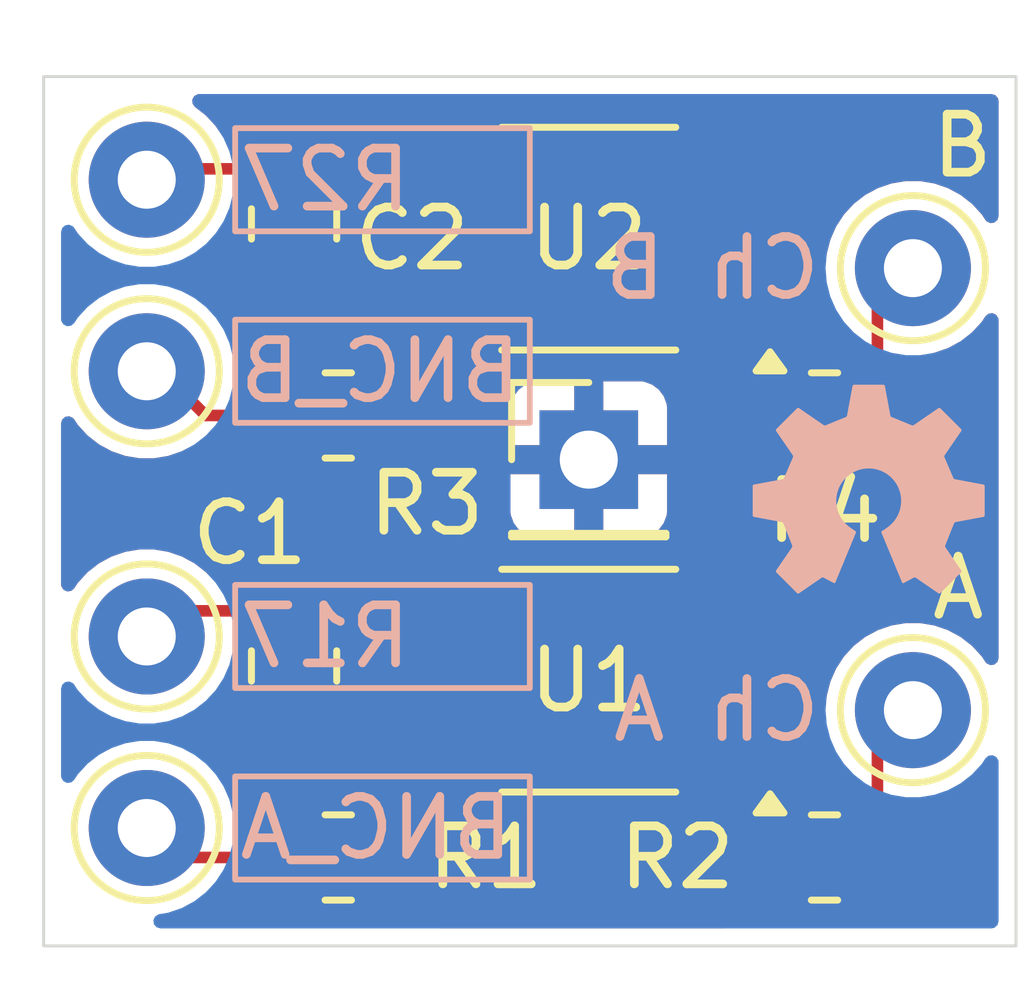
<source format=kicad_pcb>
(kicad_pcb (version 20240108) (generator "pcbnew") (generator_version "8.0")
  (title_block (title "Hantek 6022 pcb") (date "2024-07-18") (rev "1.0.0") (comment 1 "Antonin PVD"))
  (layers (0 "F.Cu" signal) (31 "B.Cu" signal) (34 "B.Paste" user) (35 "F.Paste" user) (36 "B.SilkS" user "B.Silkscreen") (37 "F.SilkS" user "F.Silkscreen") (38 "B.Mask" user) (39 "F.Mask" user) (44 "Edge.Cuts" user))
  (net 0 "")
  (net 1 "Net-(R1-Pad2)")
  (net 2 "/AC_A")
  (net 3 "Net-(R2-Pad2)")
  (net 4 "Net-(R3-Pad2)")
  (net 5 "/AC_B")
  (net 6 "Net-(R4-Pad2)")
  (net 7 "GND")
  (net 8 "/R17")
  (net 9 "/BNC_A")
  (net 10 "/BNC_B")
  (net 11 "/R27")
  (footprint "Connector_Pin:Pin_D1.0mm_L10.0mm" (layer "F.Cu") (at 134.874 61.976 180)
    (property "Reference" "J5" (hide yes))
    (property "Value" "AC_B")
    (fp_circle (center 0 0) (end 1.25 0.05) (stroke (width 0.12)) (fill none) (layer "F.SilkS"))
    (pad "1" thru_hole circle (at 0 0 180) (size 2 2) (drill 1) (layers "*.Cu" "*.Mask") (net 5 "/AC_B"))
  )
  (footprint "Connector_Pin:Pin_D1.0mm_L10.0mm" (layer "F.Cu") (at 121.666 71.628 180)
    (property "Reference" "J2" (hide yes))
    (property "Value" "BNC_A")
    (fp_circle (center 0 0) (end 1.25 0.05) (stroke (width 0.12)) (fill none) (layer "F.SilkS"))
    (pad "1" thru_hole circle (at 0 0 180) (size 2 2) (drill 1) (layers "*.Cu" "*.Mask") (net 9 "/BNC_A"))
  )
  (footprint "Capacitor_SMD:C_0805_2012Metric" (layer "F.Cu") (at 124.206 61.214 90)
    (property "Reference" "C2" (at -0.254 2.032 180) (layer "F.SilkS"))
    (property "Value" "100n")
    (fp_line (start -0.261252 -0.735) (end 0.261252 -0.735) (stroke (width 0.12)) (layer "F.SilkS"))
    (fp_line (start -0.261252 0.735) (end 0.261252 0.735) (stroke (width 0.12)) (layer "F.SilkS"))
    (pad "1" smd roundrect (at -0.95 0 90) (size 1 1.45) (layers "F.Cu" "F.Paste" "F.Mask") (net 10 "/BNC_B"))
    (pad "2" smd roundrect (at 0.95 0 90) (size 1 1.45) (layers "F.Cu" "F.Paste" "F.Mask") (net 11 "/R27"))
  )
  (footprint "Connector_Pin:Pin_D1.0mm_L10.0mm" (layer "F.Cu") (at 121.666 60.452 180)
    (property "Reference" "J4" (hide yes))
    (property "Value" "R27")
    (fp_circle (center 0 0) (end 1.25 0.05) (stroke (width 0.12)) (fill none) (layer "F.SilkS"))
    (pad "1" thru_hole circle (at 0 0 180) (size 2 2) (drill 1) (layers "*.Cu" "*.Mask") (net 11 "/R27"))
  )
  (footprint "Capacitor_SMD:C_0805_2012Metric" (layer "F.Cu") (at 124.206 68.834 90)
    (property "Reference" "C1" (at 2.286 -0.762 180) (layer "F.SilkS"))
    (property "Value" "100n")
    (fp_line (start -0.261252 -0.735) (end 0.261252 -0.735) (stroke (width 0.12)) (layer "F.SilkS"))
    (fp_line (start -0.261252 0.735) (end 0.261252 0.735) (stroke (width 0.12)) (layer "F.SilkS"))
    (pad "1" smd roundrect (at -0.95 0 90) (size 1 1.45) (layers "F.Cu" "F.Paste" "F.Mask") (net 9 "/BNC_A"))
    (pad "2" smd roundrect (at 0.95 0 90) (size 1 1.45) (layers "F.Cu" "F.Paste" "F.Mask") (net 8 "/R17"))
  )
  (footprint "Resistor_SMD:R_0805_2012Metric" (layer "F.Cu") (at 133.35 64.516 180)
    (property "Reference" "R4" (at 0 -1.65 0) (layer "F.SilkS"))
    (property "Value" "220")
    (fp_line (start -0.227064 0.735) (end 0.227064 0.735) (stroke (width 0.12)) (layer "F.SilkS"))
    (fp_line (start -0.227064 -0.735) (end 0.227064 -0.735) (stroke (width 0.12)) (layer "F.SilkS"))
    (pad "1" smd roundrect (at -0.9125 0 180) (size 1.025 1.4) (layers "F.Cu" "F.Paste" "F.Mask") (roundrect_rratio 0.243902) (net 5 "/AC_B"))
    (pad "2" smd roundrect (at 0.9125 0 180) (size 1.025 1.4) (layers "F.Cu" "F.Paste" "F.Mask") (roundrect_rratio 0.243902) (net 6 "Net-(R4-Pad2)"))
  )
  (footprint "Connector_Pin:Pin_D1.0mm_L10.0mm" (layer "F.Cu") (at 134.874 69.596 180)
    (property "Reference" "J6" (hide yes))
    (property "Value" "AC_A")
    (fp_circle (center 0 0) (end 1.25 0.05) (stroke (width 0.12)) (fill none) (layer "F.SilkS"))
    (pad "1" thru_hole circle (at 0 0 180) (size 2 2) (drill 1) (layers "*.Cu" "*.Mask") (net 2 "/AC_A"))
  )
  (footprint "Resistor_SMD:R_0805_2012Metric" (layer "F.Cu") (at 133.35 72.136 180)
    (property "Reference" "R2" (at 2.54 0 0) (layer "F.SilkS"))
    (property "Value" "220")
    (fp_line (start -0.227064 0.735) (end 0.227064 0.735) (stroke (width 0.12)) (layer "F.SilkS"))
    (fp_line (start -0.227064 -0.735) (end 0.227064 -0.735) (stroke (width 0.12)) (layer "F.SilkS"))
    (pad "1" smd roundrect (at -0.9125 0 180) (size 1.025 1.4) (layers "F.Cu" "F.Paste" "F.Mask") (roundrect_rratio 0.243902) (net 2 "/AC_A"))
    (pad "2" smd roundrect (at 0.9125 0 180) (size 1.025 1.4) (layers "F.Cu" "F.Paste" "F.Mask") (roundrect_rratio 0.243902) (net 3 "Net-(R2-Pad2)"))
  )
  (footprint "Resistor_SMD:R_0805_2012Metric" (layer "F.Cu") (at 124.968 72.136)
    (property "Reference" "R1" (at 2.54 0 0) (layer "F.SilkS"))
    (property "Value" "220")
    (fp_line (start -0.227064 -0.735) (end 0.227064 -0.735) (stroke (width 0.12)) (layer "F.SilkS"))
    (fp_line (start -0.227064 0.735) (end 0.227064 0.735) (stroke (width 0.12)) (layer "F.SilkS"))
    (pad "1" smd roundrect (at -0.9125 0) (size 1.025 1.4) (layers "F.Cu" "F.Paste" "F.Mask") (roundrect_rratio 0.243902) (net 9 "/BNC_A"))
    (pad "2" smd roundrect (at 0.9125 0) (size 1.025 1.4) (layers "F.Cu" "F.Paste" "F.Mask") (roundrect_rratio 0.243902) (net 1 "Net-(R1-Pad2)"))
  )
  (footprint "Connector_PinHeader_2.54mm:PinHeader_1x01_P2.54mm_Vertical" (layer "F.Cu") (at 129.286 65.278)
    (property "Reference" "J7" (hide yes))
    (property "Value" "Conn_01x01")
    (fp_line (start -1.33 -1.33) (end 0 -1.33) (stroke (width 0.12)) (layer "F.SilkS"))
    (fp_line (start -1.33 0) (end -1.33 -1.33) (stroke (width 0.12)) (layer "F.SilkS"))
    (fp_line (start -1.33 1.27) (end -1.33 1.33) (stroke (width 0.12)) (layer "F.SilkS"))
    (fp_line (start -1.33 1.27) (end 1.33 1.27) (stroke (width 0.12)) (layer "F.SilkS"))
    (fp_line (start -1.33 1.33) (end 1.33 1.33) (stroke (width 0.12)) (layer "F.SilkS"))
    (fp_line (start 1.33 1.27) (end 1.33 1.33) (stroke (width 0.12)) (layer "F.SilkS"))
    (pad "1" thru_hole rect (at 0 0) (size 1.7 1.7) (drill 1) (layers "*.Cu" "*.Mask") (net 7 "GND"))
  )
  (footprint "Package_SO:MFSOP6-4_4.4x3.6mm_P1.27mm" (layer "F.Cu") (at 129.286 61.468 180)
    (property "Reference" "U2" (at 0 0 0) (layer "F.SilkS"))
    (property "Value" "TLP175A")
    (fp_line (start 1.5 1.92) (end -1.5 1.92) (stroke (width 0.12)) (layer "F.SilkS"))
    (fp_line (start 1.5 -1.92) (end -1.5 -1.92) (stroke (width 0.12)) (layer "F.SilkS"))
    (fp_poly (pts (xy -3.125 -1.95) (xy -3.365 -2.28) (xy -2.885 -2.28) (xy -3.125 -1.95)) (stroke (width 0.12)) (fill solid) (layer "F.SilkS"))
    (pad "1" smd rect (at -3.15 -1.27 180) (size 1.2 0.8) (layers "F.Cu" "F.Paste" "F.Mask") (net 6 "Net-(R4-Pad2)"))
    (pad "3" smd rect (at -3.15 1.27 180) (size 1.2 0.8) (layers "F.Cu" "F.Paste" "F.Mask") (net 7 "GND"))
    (pad "4" smd rect (at 3.15 1.27 180) (size 1.2 0.8) (layers "F.Cu" "F.Paste" "F.Mask") (net 11 "/R27"))
    (pad "6" smd rect (at 3.15 -1.27 180) (size 1.2 0.8) (layers "F.Cu" "F.Paste" "F.Mask") (net 4 "Net-(R3-Pad2)"))
  )
  (footprint "Package_SO:MFSOP6-4_4.4x3.6mm_P1.27mm" (layer "F.Cu") (at 129.286 69.088 180)
    (property "Reference" "U1" (at 0 0 0) (layer "F.SilkS"))
    (property "Value" "TLP175A")
    (fp_line (start 1.5 1.92) (end -1.5 1.92) (stroke (width 0.12)) (layer "F.SilkS"))
    (fp_line (start 1.5 -1.92) (end -1.5 -1.92) (stroke (width 0.12)) (layer "F.SilkS"))
    (fp_poly (pts (xy -3.125 -1.95) (xy -3.365 -2.28) (xy -2.885 -2.28) (xy -3.125 -1.95)) (stroke (width 0.12)) (fill solid) (layer "F.SilkS"))
    (pad "1" smd rect (at -3.15 -1.27 180) (size 1.2 0.8) (layers "F.Cu" "F.Paste" "F.Mask") (net 3 "Net-(R2-Pad2)"))
    (pad "3" smd rect (at -3.15 1.27 180) (size 1.2 0.8) (layers "F.Cu" "F.Paste" "F.Mask") (net 7 "GND"))
    (pad "4" smd rect (at 3.15 1.27 180) (size 1.2 0.8) (layers "F.Cu" "F.Paste" "F.Mask") (net 8 "/R17"))
    (pad "6" smd rect (at 3.15 -1.27 180) (size 1.2 0.8) (layers "F.Cu" "F.Paste" "F.Mask") (net 1 "Net-(R1-Pad2)"))
  )
  (footprint "Connector_Pin:Pin_D1.0mm_L10.0mm" (layer "F.Cu") (at 121.666 68.326 180)
    (property "Reference" "J1" (hide yes))
    (property "Value" "R17")
    (fp_circle (center 0 0) (end 1.25 0.05) (stroke (width 0.12)) (fill none) (layer "F.SilkS"))
    (pad "1" thru_hole circle (at 0 0 180) (size 2 2) (drill 1) (layers "*.Cu" "*.Mask") (net 8 "/R17"))
  )
  (footprint "Resistor_SMD:R_0805_2012Metric" (layer "F.Cu") (at 124.968 64.516)
    (property "Reference" "R3" (at 1.524 1.524 0) (layer "F.SilkS"))
    (property "Value" "220")
    (fp_line (start -0.227064 -0.735) (end 0.227064 -0.735) (stroke (width 0.12)) (layer "F.SilkS"))
    (fp_line (start -0.227064 0.735) (end 0.227064 0.735) (stroke (width 0.12)) (layer "F.SilkS"))
    (pad "1" smd roundrect (at -0.9125 0) (size 1.025 1.4) (layers "F.Cu" "F.Paste" "F.Mask") (roundrect_rratio 0.243902) (net 10 "/BNC_B"))
    (pad "2" smd roundrect (at 0.9125 0) (size 1.025 1.4) (layers "F.Cu" "F.Paste" "F.Mask") (roundrect_rratio 0.243902) (net 4 "Net-(R3-Pad2)"))
  )
  (footprint "Connector_Pin:Pin_D1.0mm_L10.0mm" (layer "F.Cu") (at 121.666 63.754 180)
    (property "Reference" "J3" (hide yes))
    (property "Value" "BNC_B")
    (fp_circle (center 0 0) (end 1.25 0.05) (stroke (width 0.12)) (fill none) (layer "F.SilkS"))
    (pad "1" thru_hole circle (at 0 0 180) (size 2 2) (drill 1) (layers "*.Cu" "*.Mask") (net 10 "/BNC_B"))
  )
  (gr_rect (start 123.19 59.563) (end 128.27 61.341) (stroke (width 0.1)) (fill none) (layer "B.SilkS"))
  (gr_rect (start 123.19 67.437) (end 128.27 69.215) (stroke (width 0.1)) (fill none) (layer "B.SilkS"))
  (gr_rect (start 123.19 70.739) (end 128.27 72.517) (stroke (width 0.1)) (fill none) (layer "B.SilkS"))
  (gr_poly (pts (xy 134.365921 63.98583) (xy 134.367058 63.985915) (xy 134.36819 63.986054) (xy 134.369314 63.986246) (xy 134.37043 63.986491) (xy 134.371534 63.986785) (xy 134.372627 63.987129) (xy 134.373705 63.98752) (xy 134.374767 63.987958) (xy 134.375812 63.98844) (xy 134.376838 63.988966) (xy 134.377843 63.989534) (xy 134.378826 63.990143) (xy 134.379784 63.990791) (xy 134.380717 63.991477) (xy 134.381622 63.992199) (xy 134.382498 63.992957) (xy 134.383343 63.993748) (xy 134.384155 63.994571) (xy 134.384933 63.995426) (xy 134.385675 63.996309) (xy 134.386379 63.997221) (xy 134.387044 63.99816) (xy 134.387668 63.999124) (xy 134.388249 64.000112) (xy 134.388786 64.001123) (xy 134.389277 64.002154) (xy 134.38972 64.003206) (xy 134.390113 64.004276) (xy 134.390456 64.005363) (xy 134.390745 64.006465) (xy 134.390981 64.007581) (xy 134.485537 64.515558) (xy 134.485776 64.516684) (xy 134.486066 64.517813) (xy 134.486793 64.520076) (xy 134.487706 64.522332) (xy 134.48879 64.524565) (xy 134.490035 64.526762) (xy 134.491427 64.528908) (xy 134.492953 64.530988) (xy 134.494601 64.532987) (xy 134.496357 64.53489) (xy 134.49821 64.536683) (xy 134.500146 64.538351) (xy 134.502153 64.539879) (xy 134.504218 64.541253) (xy 134.506328 64.542457) (xy 134.507396 64.542991) (xy 134.50847 64.543477) (xy 134.50955 64.543914) (xy 134.510633 64.544299) (xy 134.851096 64.683669) (xy 134.853212 64.6846) (xy 134.855455 64.685378) (xy 134.857806 64.686004) (xy 134.860246 64.686479) (xy 134.862755 64.686804) (xy 134.865313 64.686982) (xy 134.8679 64.687013) (xy 134.870497 64.686899) (xy 134.873084 64.686641) (xy 134.87564 64.686241) (xy 134.878147 64.685699) (xy 134.880585 64.685017) (xy 134.882934 64.684198) (xy 134.885174 64.68324) (xy 134.887285 64.682148) (xy 134.889248 64.68092) (xy 135.313633 64.389692) (xy 135.314589 64.389069) (xy 135.315573 64.388495) (xy 135.316584 64.387969) (xy 135.317618 64.387491) (xy 135.318674 64.387061) (xy 135.31975 64.386679) (xy 135.320844 64.386344) (xy 135.321952 64.386056) (xy 135.323074 64.385816) (xy 135.324207 64.385622) (xy 135.326497 64.385375) (xy 135.328805 64.385313) (xy 135.331115 64.385435) (xy 135.333407 64.385738) (xy 135.335666 64.386222) (xy 135.337874 64.386885) (xy 135.338953 64.387283) (xy 135.340013 64.387726) (xy 135.341052 64.388212) (xy 135.342067 64.388742) (xy 135.343057 64.389315) (xy 135.344018 64.389932) (xy 135.34495 64.390592) (xy 135.345849 64.391295) (xy 135.346714 64.392041) (xy 135.347542 64.392829) (xy 135.704937 64.750232) (xy 135.705725 64.75106) (xy 135.70647 64.751926) (xy 135.707172 64.752825) (xy 135.70783 64.753757) (xy 135.708446 64.75472) (xy 135.709018 64.75571) (xy 135.71003 64.757766) (xy 135.710867 64.759908) (xy 135.711526 64.762118) (xy 135.712006 64.764379) (xy 135.712307 64.766675) (xy 135.712426 64.768987) (xy 135.712363 64.771298) (xy 135.712115 64.77359) (xy 135.711683 64.775847) (xy 135.711063 64.778051) (xy 135.710683 64.779128) (xy 135.710256 64.780185) (xy 135.709782 64.781219) (xy 135.70926 64.78223) (xy 135.70869 64.783215) (xy 135.708072 64.784171) (xy 135.421923 65.201236) (xy 135.420693 65.203207) (xy 135.419602 65.205322) (xy 135.418651 65.207561) (xy 135.41784 65.209904) (xy 135.417171 65.212333) (xy 135.416646 65.214829) (xy 135.416265 65.217371) (xy 135.416029 65.219942) (xy 135.415941 65.222521) (xy 135.416001 65.22509) (xy 135.41621 65.227629) (xy 135.41657 65.23012) (xy 135.417082 65.232542) (xy 135.417747 65.234877) (xy 135.418567 65.237105) (xy 135.419542 65.239208) (xy 135.570086 65.590427) (xy 135.570946 65.592583) (xy 135.572003 65.59472) (xy 135.573242 65.596825) (xy 135.574649 65.598884) (xy 135.576208 65.600885) (xy 135.577905 65.602816) (xy 135.579724 65.604663) (xy 135.581651 65.606414) (xy 135.583671 65.608056) (xy 135.585769 65.609577) (xy 135.587929 65.610963) (xy 135.590138 65.612202) (xy 135.59238 65.613281) (xy 135.59464 65.614188) (xy 135.596903 65.614909) (xy 135.599155 65.615433) (xy 136.090281 65.706763) (xy 136.090279 65.706775) (xy 136.091393 65.707016) (xy 136.092492 65.70731) (xy 136.093577 65.707657) (xy 136.094644 65.708055) (xy 136.095693 65.708501) (xy 136.096723 65.708995) (xy 136.097732 65.709535) (xy 136.098718 65.710118) (xy 136.100617 65.711411) (xy 136.10241 65.71286) (xy 136.104085 65.714453) (xy 136.105631 65.716175) (xy 136.107036 65.718014) (xy 136.10829 65.719956) (xy 136.109381 65.721988) (xy 136.109862 65.723034) (xy 136.110298 65.724097) (xy 136.110688 65.725176) (xy 136.111029 65.72627) (xy 136.111322 65.727376) (xy 136.111564 65.728493) (xy 136.111754 65.729619) (xy 136.111891 65.730752) (xy 136.111973 65.731892) (xy 136.111999 65.733036) (xy 136.111939 66.238504) (xy 136.11191 66.239645) (xy 136.111826 66.240783) (xy 136.111686 66.241916) (xy 136.111493 66.243041) (xy 136.111249 66.244158) (xy 136.110953 66.245264) (xy 136.110609 66.246358) (xy 136.110217 66.247438) (xy 136.109778 66.248502) (xy 136.109295 66.249549) (xy 136.108768 66.250577) (xy 136.1082 66.251585) (xy 136.10759 66.252569) (xy 136.106941 66.25353) (xy 136.106255 66.254465) (xy 136.105532 66.255372) (xy 136.104774 66.256249) (xy 136.103982 66.257096) (xy 136.103159 66.25791) (xy 136.102304 66.25869) (xy 136.10142 66.259433) (xy 136.100508 66.260139) (xy 136.09957 66.260804) (xy 136.098606 66.261429) (xy 136.097619 66.262011) (xy 136.096609 66.262548) (xy 136.095579 66.263038) (xy 136.094528 66.26348) (xy 136.09346 66.263873) (xy 136.092375 66.264214) (xy 136.091275 66.264502) (xy 136.090161 66.264734) (xy 135.611104 66.353884) (xy 135.609976 66.354115) (xy 135.608846 66.354398) (xy 135.607715 66.354732) (xy 135.606586 66.355115) (xy 135.604337 66.356022) (xy 135.602115 66.357104) (xy 135.599933 66.35835) (xy 135.597805 66.359746) (xy 135.595747 66.361279) (xy 135.593772 66.362936) (xy 135.591895 66.364703) (xy 135.59013 66.366568) (xy 135.588491 66.368517) (xy 135.586993 66.370537) (xy 135.58565 66.372616) (xy 135.584476 66.374739) (xy 135.583485 66.376894) (xy 135.583063 66.37798) (xy 135.582692 66.379069) (xy 135.433135 66.752665) (xy 135.432209 66.75479) (xy 135.431437 66.75704) (xy 135.430818 66.759397) (xy 135.43035 66.76184) (xy 135.430031 66.76435) (xy 135.42986 66.766908) (xy 135.429835 66.769493) (xy 135.429955 66.772088) (xy 135.430218 66.774671) (xy 135.430623 66.777224) (xy 135.431168 66.779728) (xy 135.431852 66.782162) (xy 135.432673 66.784507) (xy 135.433629 66.786744) (xy 135.434719 66.788854) (xy 135.435942 66.790816) (xy 135.70808 67.187357) (xy 135.708702 67.188313) (xy 135.709277 67.189298) (xy 135.709803 67.190309) (xy 135.710281 67.191344) (xy 135.710711 67.192402) (xy 135.711093 67.19348) (xy 135.711428 67.194575) (xy 135.711716 67.195686) (xy 135.711956 67.19681) (xy 135.71215 67.197945) (xy 135.712397 67.20024) (xy 135.71246 67.202554) (xy 135.712338 67.204868) (xy 135.712034 67.207166) (xy 135.71155 67.20943) (xy 135.710887 67.211643) (xy 135.710489 67.212725) (xy 135.710047 67.213787) (xy 135.709561 67.214828) (xy 135.709031 67.215845) (xy 135.708458 67.216836) (xy 135.707841 67.217799) (xy 135.707181 67.218731) (xy 135.706478 67.219631) (xy 135.705732 67.220496) (xy 135.704944 67.221325) (xy 135.347482 67.578727) (xy 135.346658 67.57951) (xy 135.345798 67.58025) (xy 135.344902 67.580948) (xy 135.343974 67.581604) (xy 135.343015 67.582216) (xy 135.342028 67.582786) (xy 135.339977 67.583796) (xy 135.337839 67.584631) (xy 135.335631 67.58529) (xy 135.33337 67.585772) (xy 135.331075 67.586075) (xy 135.328763 67.586198) (xy 135.326452 67.586138) (xy 135.324158 67.585894) (xy 135.3219 67.585465) (xy 135.319694 67.584849) (xy 135.318617 67.58447) (xy 135.31756 67.584044) (xy 135.316524 67.58357) (xy 135.315513 67.583049) (xy 135.314528 67.58248) (xy 135.313572 67.581863) (xy 134.924023 67.314505) (xy 134.922065 67.313284) (xy 134.919968 67.312213) (xy 134.91775 67.311293) (xy 134.915432 67.310525) (xy 134.913032 67.309907) (xy 134.910569 67.309442) (xy 134.908062 67.309128) (xy 134.90553 67.308967) (xy 134.902993 67.308959) (xy 134.900469 67.309104) (xy 134.897978 67.309403) (xy 134.895539 67.309855) (xy 134.89317 67.310461) (xy 134.890891 67.311222) (xy 134.888721 67.312138) (xy 134.886678 67.313209) (xy 134.714893 67.404927) (xy 134.713866 67.405416) (xy 134.71283 67.405846) (xy 134.711788 67.406217) (xy 134.71074 67.40653) (xy 134.70969 67.406787) (xy 134.708638 67.406987) (xy 134.707586 67.407131) (xy 134.706537 67.40722) (xy 134.705491 67.407254) (xy 134.704452 67.407235) (xy 134.70342 67.407163) (xy 134.702397 67.407038) (xy 134.701385 67.406861) (xy 134.700387 67.406633) (xy 134.699403 67.406355) (xy 134.698435 67.406027) (xy 134.697486 67.405649) (xy 134.696557 67.405224) (xy 134.69565 67.40475) (xy 134.694766 67.404229) (xy 134.693908 67.403661) (xy 134.693077 67.403047) (xy 134.692276 67.402389) (xy 134.691505 67.401685) (xy 134.690766 67.400938) (xy 134.690062 67.400147) (xy 134.689394 67.399314) (xy 134.688764 67.398439) (xy 134.688174 67.397523) (xy 134.687626 67.396565) (xy 134.687121 67.395568) (xy 134.686661 67.394532) (xy 134.332484 66.538652) (xy 134.332074 66.537588) (xy 134.331719 66.536507) (xy 134.331417 66.535412) (xy 134.331169 66.534305) (xy 134.330972 66.533187) (xy 134.330827 66.532062) (xy 134.330733 66.530931) (xy 134.330688 66.529796) (xy 134.330694 66.528659) (xy 134.330748 66.527522) (xy 134.33085 66.526387) (xy 134.331 66.525256) (xy 134.331196 66.524132) (xy 134.331438 66.523016) (xy 134.331726 66.52191) (xy 134.332058 66.520816) (xy 134.332434 66.519737) (xy 134.332853 66.518674) (xy 134.333315 66.517629) (xy 134.333819 66.516606) (xy 134.334364 66.515604) (xy 134.334949 66.514627) (xy 134.335575 66.513677) (xy 134.336239 66.512755) (xy 134.336942 66.511864) (xy 134.337683 66.511006) (xy 134.33846 66.510182) (xy 134.339274 66.509395) (xy 134.340124 66.508647) (xy 134.341009 66.507939) (xy 134.341928 66.507275) (xy 134.34288 66.506655) (xy 134.385872 66.480335) (xy 134.388966 66.478364) (xy 134.39227 66.476114) (xy 134.395721 66.473635) (xy 134.399256 66.470976) (xy 134.402814 66.468185) (xy 134.406332 66.465311) (xy 134.409748 66.462403) (xy 134.412999 66.459511) (xy 134.441458 66.440031) (xy 134.468619 66.418881) (xy 134.494406 66.396134) (xy 134.518747 66.371863) (xy 134.541566 66.346144) (xy 134.56279 66.319048) (xy 134.582344 66.290651) (xy 134.600155 66.261025) (xy 134.616148 66.230244) (xy 134.63025 66.198382) (xy 134.642385 66.165514) (xy 134.65248 66.131711) (xy 134.660461 66.097049) (xy 134.666253 66.061601) (xy 134.669783 66.02544) (xy 134.670976 65.98864) (xy 134.670248 65.959873) (xy 134.66809 65.931484) (xy 134.664535 65.903508) (xy 134.659619 65.87598) (xy 134.653377 65.848934) (xy 134.645845 65.822407) (xy 134.637056 65.796433) (xy 134.627048 65.771048) (xy 134.615854 65.746286) (xy 134.603509 65.722183) (xy 134.590049 65.698773) (xy 134.57551 65.676093) (xy 134.559925 65.654176) (xy 134.543331 65.633059) (xy 134.525762 65.612776) (xy 134.507253 65.593362) (xy 134.48784 65.574853) (xy 134.467558 65.557283) (xy 134.446441 65.540688) (xy 134.424526 65.525103) (xy 134.401846 65.510563) (xy 134.378438 65.497103) (xy 134.354336 65.484758) (xy 134.329576 65.473564) (xy 134.304192 65.463555) (xy 134.27822 65.454767) (xy 134.251695 65.447234) (xy 134.224652 65.440992) (xy 134.197126 65.436076) (xy 134.169152 65.432522) (xy 134.140765 65.430363) (xy 134.112001 65.429636) (xy 134.083237 65.430363) (xy 134.05485 65.432522) (xy 134.026876 65.436076) (xy 133.999349 65.440992) (xy 133.972305 65.447234) (xy 133.945779 65.454767) (xy 133.919806 65.463555) (xy 133.894421 65.473564) (xy 133.86966 65.484758) (xy 133.845557 65.497103) (xy 133.822147 65.510563) (xy 133.799467 65.525103) (xy 133.77755 65.540688) (xy 133.756432 65.557283) (xy 133.736148 65.574853) (xy 133.716734 65.593362) (xy 133.698224 65.612776) (xy 133.680654 65.633059) (xy 133.664058 65.654176) (xy 133.648472 65.676093) (xy 133.633931 65.698773) (xy 133.62047 65.722183) (xy 133.608124 65.746286) (xy 133.596929 65.771048) (xy 133.586919 65.796433) (xy 133.57813 65.822407) (xy 133.570597 65.848934) (xy 133.564354 65.87598) (xy 133.559438 65.903508) (xy 133.555883 65.931484) (xy 133.553724 65.959873) (xy 133.552996 65.98864) (xy 133.553296 66.007115) (xy 133.55419 66.02544) (xy 133.555668 66.043605) (xy 133.55772 66.061601) (xy 133.560339 66.079419) (xy 133.563514 66.097049) (xy 133.567236 66.114483) (xy 133.571497 66.131711) (xy 133.576285 66.148725) (xy 133.581593 66.165514) (xy 133.587412 66.182069) (xy 133.59373 66.198382) (xy 133.600541 66.214444) (xy 133.607833 66.230244) (xy 133.623828 66.261025) (xy 133.64164 66.290651) (xy 133.661195 66.319048) (xy 133.682419 66.346144) (xy 133.705238 66.371863) (xy 133.729577 66.396134) (xy 133.755362 66.418881) (xy 133.782519 66.440031) (xy 133.810973 66.459511) (xy 133.814243 66.462404) (xy 133.817671 66.465311) (xy 133.821196 66.468185) (xy 133.824757 66.470976) (xy 133.828295 66.473636) (xy 133.831749 66.476115) (xy 133.835057 66.478364) (xy 133.83816 66.480335) (xy 133.881152 66.506656) (xy 133.88211 66.507276) (xy 133.883033 66.507941) (xy 133.883922 66.508648) (xy 133.884776 66.509396) (xy 133.885593 66.510183) (xy 133.886374 66.511007) (xy 133.887822 66.512757) (xy 133.889115 66.514629) (xy 133.890247 66.516607) (xy 133.891213 66.518675) (xy 133.892008 66.520817) (xy 133.892626 66.523017) (xy 133.893062 66.525257) (xy 133.89331 66.527523) (xy 133.893365 66.529797) (xy 133.893222 66.532063) (xy 133.893074 66.533188) (xy 133.892875 66.534306) (xy 133.892623 66.535413) (xy 133.892319 66.536508) (xy 133.89196 66.537589) (xy 133.891548 66.538653) (xy 133.537342 67.39449) (xy 133.536882 67.395527) (xy 133.536376 67.396525) (xy 133.535827 67.397483) (xy 133.535237 67.3984) (xy 133.534606 67.399276) (xy 133.533937 67.40011) (xy 133.533233 67.400901) (xy 133.532493 67.40165) (xy 133.531721 67.402354) (xy 133.530919 67.403014) (xy 133.530087 67.403628) (xy 133.529228 67.404196) (xy 133.528343 67.404718) (xy 133.527435 67.405193) (xy 133.526505 67.405619) (xy 133.525556 67.405997) (xy 133.524587 67.406326) (xy 133.523603 67.406605) (xy 133.522604 67.406833) (xy 133.521592 67.407009) (xy 133.520569 67.407134) (xy 133.519537 67.407206) (xy 133.518498 67.407225) (xy 133.517453 67.40719) (xy 133.516404 67.4071) (xy 133.515353 67.406955) (xy 133.514302 67.406754) (xy 133.513253 67.406496) (xy 133.512207 67.406181) (xy 133.511167 67.405808) (xy 133.510134 67.405377) (xy 133.509109 67.404886) (xy 133.337324 67.313167) (xy 133.335286 67.312099) (xy 133.33312 67.311186) (xy 133.330844 67.310428) (xy 133.328476 67.309824) (xy 133.326037 67.309375) (xy 133.323546 67.309079) (xy 133.321022 67.308936) (xy 133.318483 67.308946) (xy 133.31595 67.309108) (xy 133.313441 67.309422) (xy 133.310976 67.309887) (xy 133.308574 67.310502) (xy 133.306254 67.311269) (xy 133.304036 67.312184) (xy 133.301937 67.31325) (xy 133.299979 67.314464) (xy 132.910459 67.581821) (xy 132.909501 67.582438) (xy 132.908514 67.583007) (xy 132.907501 67.583529) (xy 132.906463 67.584002) (xy 132.905405 67.584428) (xy 132.904326 67.584807) (xy 132.90323 67.585139) (xy 132.902119 67.585423) (xy 132.900995 67.585661) (xy 132.89986 67.585853) (xy 132.897565 67.586097) (xy 132.895253 67.586157) (xy 132.892941 67.586035) (xy 132.890646 67.585732) (xy 132.888386 67.58525) (xy 132.886177 67.584591) (xy 132.885098 67.584195) (xy 132.884038 67.583755) (xy 132.882999 67.583272) (xy 132.881985 67.582745) (xy 132.880997 67.582176) (xy 132.880036 67.581563) (xy 132.879106 67.580907) (xy 132.878209 67.580209) (xy 132.877346 67.579468) (xy 132.876521 67.578686) (xy 132.519058 67.221283) (xy 132.518272 67.220454) (xy 132.517529 67.219588) (xy 132.516829 67.218688) (xy 132.516171 67.217755) (xy 132.515556 67.216793) (xy 132.514984 67.215801) (xy 132.513971 67.213744) (xy 132.513134 67.2116) (xy 132.512472 67.209387) (xy 132.511989 67.207122) (xy 132.511686 67.204824) (xy 132.511564 67.20251) (xy 132.511625 67.200196) (xy 132.511871 67.197901) (xy 132.512302 67.195642) (xy 132.512921 67.193436) (xy 132.513302 67.192359) (xy 132.51373 67.191301) (xy 132.514206 67.190266) (xy 132.514729 67.189255) (xy 132.515301 67.18827) (xy 132.515921 67.187314) (xy 132.788029 66.790773) (xy 132.789262 66.788811) (xy 132.79036 66.786702) (xy 132.791323 66.784465) (xy 132.792148 66.782119) (xy 132.792835 66.779685) (xy 132.793383 66.777182) (xy 132.793789 66.774629) (xy 132.794052 66.772045) (xy 132.794172 66.769451) (xy 132.794147 66.766865) (xy 132.793974 66.764307) (xy 132.793654 66.761797) (xy 132.793185 66.759354) (xy 132.792565 66.756998) (xy 132.791793 66.754747) (xy 132.790867 66.752622) (xy 132.641309 66.379026) (xy 132.640941 66.377938) (xy 132.640521 66.376852) (xy 132.639532 66.374697) (xy 132.638357 66.372574) (xy 132.637012 66.370495) (xy 132.63551 66.368475) (xy 132.633867 66.366526) (xy 132.632097 66.364661) (xy 132.630214 66.362893) (xy 132.628234 66.361237) (xy 132.62617 66.359704) (xy 132.624038 66.358308) (xy 132.621853 66.357062) (xy 132.619628 66.355979) (xy 132.61738 66.355073) (xy 132.615121 66.354356) (xy 132.613993 66.354072) (xy 132.612867 66.353841) (xy 132.13381 66.264692) (xy 132.132694 66.264459) (xy 132.131591 66.264172) (xy 132.130505 66.263831) (xy 132.129435 66.263439) (xy 132.128383 66.262996) (xy 132.127352 66.262506) (xy 132.126341 66.261969) (xy 132.125353 66.261387) (xy 132.124389 66.260763) (xy 132.12345 66.260097) (xy 132.121654 66.258648) (xy 132.119977 66.257054) (xy 132.118428 66.25533) (xy 132.11702 66.253488) (xy 132.115763 66.251543) (xy 132.114669 66.249507) (xy 132.113749 66.247396) (xy 132.113358 66.246316) (xy 132.113014 66.245222) (xy 132.11272 66.244115) (xy 132.112475 66.242999) (xy 132.112283 66.241873) (xy 132.112144 66.240741) (xy 132.112059 66.239603) (xy 132.112031 66.238461) (xy 132.112001 65.732994) (xy 132.112029 65.731852) (xy 132.112114 65.730715) (xy 132.112252 65.729584) (xy 132.112444 65.72846) (xy 132.112688 65.727345) (xy 132.112982 65.726241) (xy 132.113325 65.72515) (xy 132.113715 65.724072) (xy 132.114152 65.72301) (xy 132.114633 65.721966) (xy 132.115158 65.720941) (xy 132.115725 65.719936) (xy 132.116333 65.718954) (xy 132.11698 65.717996) (xy 132.117665 65.717064) (xy 132.118387 65.716159) (xy 132.119144 65.715283) (xy 132.119934 65.714438) (xy 132.120757 65.713625) (xy 132.121611 65.712846) (xy 132.122495 65.712103) (xy 132.123407 65.711398) (xy 132.124346 65.710731) (xy 132.125311 65.710105) (xy 132.126299 65.709522) (xy 132.127311 65.708982) (xy 132.128344 65.708488) (xy 132.129396 65.708042) (xy 132.130468 65.707644) (xy 132.131557 65.707298) (xy 132.132661 65.707003) (xy 132.13378 65.706763) (xy 132.624877 65.615433) (xy 132.626006 65.615197) (xy 132.627139 65.614909) (xy 132.629411 65.614188) (xy 132.631677 65.613281) (xy 132.633923 65.612202) (xy 132.636135 65.610963) (xy 132.638297 65.609577) (xy 132.640395 65.608056) (xy 132.642414 65.606414) (xy 132.64434 65.604663) (xy 132.646156 65.602816) (xy 132.647849 65.600885) (xy 132.649404 65.598884) (xy 132.650806 65.596825) (xy 132.652041 65.59472) (xy 132.653092 65.592583) (xy 132.653545 65.591507) (xy 132.653947 65.590427) (xy 132.80452 65.239208) (xy 132.80549 65.237105) (xy 132.806305 65.234877) (xy 132.806966 65.232542) (xy 132.807475 65.23012) (xy 132.807832 65.227629) (xy 132.80804 65.22509) (xy 132.8081 65.222521) (xy 132.808012 65.219942) (xy 132.807778 65.217371) (xy 132.8074 65.214828) (xy 132.806878 65.212333) (xy 132.806213 65.209904) (xy 132.805408 65.20756) (xy 132.804463 65.205322) (xy 132.80338 65.203207) (xy 132.80216 65.201236) (xy 132.515981 64.784171) (xy 132.515358 64.783215) (xy 132.514784 64.78223) (xy 132.514258 64.781219) (xy 132.513781 64.780185) (xy 132.513352 64.779128) (xy 132.51297 64.778051) (xy 132.512636 64.776957) (xy 132.512349 64.775847) (xy 132.51211 64.774724) (xy 132.511917 64.77359) (xy 132.511671 64.771298) (xy 132.511611 64.768987) (xy 132.511734 64.766675) (xy 132.512039 64.764379) (xy 132.512524 64.762118) (xy 132.513187 64.759908) (xy 132.513585 64.758827) (xy 132.514027 64.757766) (xy 132.514512 64.756726) (xy 132.515041 64.75571) (xy 132.515614 64.75472) (xy 132.516229 64.753757) (xy 132.516887 64.752825) (xy 132.517588 64.751926) (xy 132.518332 64.75106) (xy 132.519117 64.750232) (xy 132.87655 64.392829) (xy 132.877376 64.392041) (xy 132.878239 64.391295) (xy 132.879136 64.390592) (xy 132.880066 64.389932) (xy 132.881026 64.389315) (xy 132.882015 64.388742) (xy 132.884067 64.387726) (xy 132.886207 64.386885) (xy 132.888415 64.386222) (xy 132.890676 64.385738) (xy 132.892971 64.385435) (xy 132.895283 64.385313) (xy 132.897595 64.385375) (xy 132.899889 64.385622) (xy 132.902149 64.386056) (xy 132.904356 64.386679) (xy 132.905434 64.387061) (xy 132.906493 64.387491) (xy 132.90753 64.387969) (xy 132.908544 64.388495) (xy 132.909531 64.389069) (xy 132.910489 64.389692) (xy 133.334844 64.68092) (xy 133.336802 64.682148) (xy 133.338908 64.68324) (xy 133.341144 64.684198) (xy 133.34349 64.685018) (xy 133.345925 64.685699) (xy 133.34843 64.686241) (xy 133.350986 64.686641) (xy 133.353572 64.686899) (xy 133.356169 64.687013) (xy 133.358758 64.686982) (xy 133.361317 64.686804) (xy 133.363829 64.686479) (xy 133.366272 64.686004) (xy 133.368627 64.685378) (xy 133.370875 64.6846) (xy 133.372995 64.683669) (xy 133.713489 64.544299) (xy 133.715656 64.543477) (xy 133.717802 64.542457) (xy 133.719915 64.541253) (xy 133.721981 64.539879) (xy 133.723989 64.538351) (xy 133.725925 64.536683) (xy 133.727777 64.53489) (xy 133.729532 64.532987) (xy 133.731178 64.530988) (xy 133.732703 64.528908) (xy 133.734093 64.526762) (xy 133.735336 64.524565) (xy 133.736419 64.522332) (xy 133.73733 64.520076) (xy 133.738056 64.517813) (xy 133.738584 64.515558) (xy 133.833111 64.007581) (xy 133.833346 64.006465) (xy 133.833636 64.005363) (xy 133.833978 64.004276) (xy 133.834372 64.003206) (xy 133.834815 64.002154) (xy 133.835305 64.001123) (xy 133.835842 64.000112) (xy 133.836423 63.999124) (xy 133.837047 63.99816) (xy 133.837712 63.997221) (xy 133.839157 63.995426) (xy 133.840747 63.993748) (xy 133.842466 63.992199) (xy 133.844302 63.990791) (xy 133.846241 63.989534) (xy 133.84827 63.98844) (xy 133.849314 63.987958) (xy 133.850374 63.98752) (xy 133.851451 63.987129) (xy 133.852542 63.986785) (xy 133.853644 63.986491) (xy 133.854758 63.986246) (xy 133.85588 63.986054) (xy 133.857009 63.985915) (xy 133.858144 63.98583) (xy 133.859282 63.985802) (xy 134.36478 63.985802)) (stroke (width -0.000001)) (fill solid) (layer "B.SilkS"))
  (gr_rect (start 123.19 62.865) (end 128.27 64.643) (stroke (width 0.1)) (fill none) (layer "B.SilkS"))
  (gr_rect (start 119.888 58.674) (end 136.652 73.66) (stroke (width 0.05)) (fill none) (layer "Edge.Cuts"))
  (gr_text "BNC_A" (at 123.19 71.628 0) (layer "B.SilkS") (effects (font (size 1 1)) (justify right mirror)))
  (gr_text "Ch B" (at 133.35 61.976 0) (layer "B.SilkS") (effects (font (size 1 1)) (justify left mirror)))
  (gr_text "R27" (at 123.19 60.452 0) (layer "B.SilkS") (effects (font (size 1 1)) (justify right mirror)))
  (gr_text "BNC_B" (at 123.19 63.754 0) (layer "B.SilkS") (effects (font (size 1 1)) (justify right mirror)))
  (gr_text "Ch A" (at 133.35 69.596 0) (layer "B.SilkS") (effects (font (size 1 1)) (justify left mirror)))
  (gr_text "R17" (at 123.19 68.326 0) (layer "B.SilkS") (effects (font (size 1 1)) (justify right mirror)))
  (gr_text "B" (at 135.128 60.452 0) (layer "F.SilkS") (effects (font (size 1 1)) (justify left bottom)))
  (gr_text "A" (at 135.128 68.072 0) (layer "F.SilkS") (effects (font (size 1 1)) (justify left bottom)))
  (segment (start 126.136 71.8805) (end 125.8805 72.136) (width 0.2) (layer "F.Cu") (net 1))
  (segment (start 126.136 70.358) (end 126.136 71.8805) (width 0.2) (layer "F.Cu") (net 1))
  (segment (start 134.2625 70.2075) (end 134.874 69.596) (width 0.2) (layer "F.Cu") (net 2))
  (segment (start 134.2625 72.136) (end 134.2625 70.2075) (width 0.2) (layer "F.Cu") (net 2))
  (segment (start 132.436 70.358) (end 132.436 72.1345) (width 0.2) (layer "F.Cu") (net 3))
  (segment (start 132.436 72.1345) (end 132.4375 72.136) (width 0.2) (layer "F.Cu") (net 3))
  (segment (start 126.136 64.2605) (end 125.8805 64.516) (width 0.2) (layer "F.Cu") (net 4))
  (segment (start 126.136 62.738) (end 126.136 64.2605) (width 0.2) (layer "F.Cu") (net 4))
  (segment (start 134.2625 64.516) (end 134.2625 62.5875) (width 0.2) (layer "F.Cu") (net 5))
  (segment (start 134.2625 62.5875) (end 134.874 61.976) (width 0.2) (layer "F.Cu") (net 5))
  (segment (start 132.436 62.738) (end 132.436 64.5145) (width 0.2) (layer "F.Cu") (net 6))
  (segment (start 132.436 64.5145) (end 132.4375 64.516) (width 0.2) (layer "F.Cu") (net 6))
  (segment (start 124.272 67.818) (end 124.206 67.884) (width 0.2) (layer "F.Cu") (net 8))
  (segment (start 126.136 67.818) (end 124.272 67.818) (width 0.2) (layer "F.Cu") (net 8))
  (segment (start 124.206 67.884) (end 122.108 67.884) (width 0.2) (layer "F.Cu") (net 8))
  (segment (start 122.108 67.884) (end 121.666 68.326) (width 0.2) (layer "F.Cu") (net 8))
  (segment (start 124.0555 72.136) (end 122.174 72.136) (width 0.2) (layer "F.Cu") (net 9))
  (segment (start 124.206 71.9855) (end 124.0555 72.136) (width 0.2) (layer "F.Cu") (net 9))
  (segment (start 122.174 72.136) (end 121.666 71.628) (width 0.2) (layer "F.Cu") (net 9))
  (segment (start 124.206 69.784) (end 124.206 71.9855) (width 0.2) (layer "F.Cu") (net 9))
  (segment (start 122.682 64.516) (end 124.0555 64.516) (width 0.2) (layer "F.Cu") (net 10))
  (segment (start 121.92 63.754) (end 122.682 64.516) (width 0.2) (layer "F.Cu") (net 10))
  (segment (start 124.206 64.3655) (end 124.0555 64.516) (width 0.2) (layer "F.Cu") (net 10))
  (segment (start 121.666 63.754) (end 121.92 63.754) (width 0.2) (layer "F.Cu") (net 10))
  (segment (start 124.206 62.164) (end 124.206 64.3655) (width 0.2) (layer "F.Cu") (net 10))
  (segment (start 124.206 60.264) (end 121.854 60.264) (width 0.2) (layer "F.Cu") (net 11))
  (segment (start 124.272 60.198) (end 124.206 60.264) (width 0.2) (layer "F.Cu") (net 11))
  (segment (start 121.854 60.264) (end 121.666 60.452) (width 0.2) (layer "F.Cu") (net 11))
  (segment (start 126.136 60.198) (end 124.272 60.198) (width 0.2) (layer "F.Cu") (net 11))
  (zone (net 7) (net_name "GND") (layers "F&B.Cu") (connect_pads (clearance 0.5)) (min_thickness 0.25) (fill yes (thermal_gap 0.5) (thermal_bridge_width 0.5))
    (polygon (pts (xy 119.888 58.674) (xy 136.652 58.674) (xy 136.652 73.66) (xy 119.888 73.66)))
  )
)
</source>
